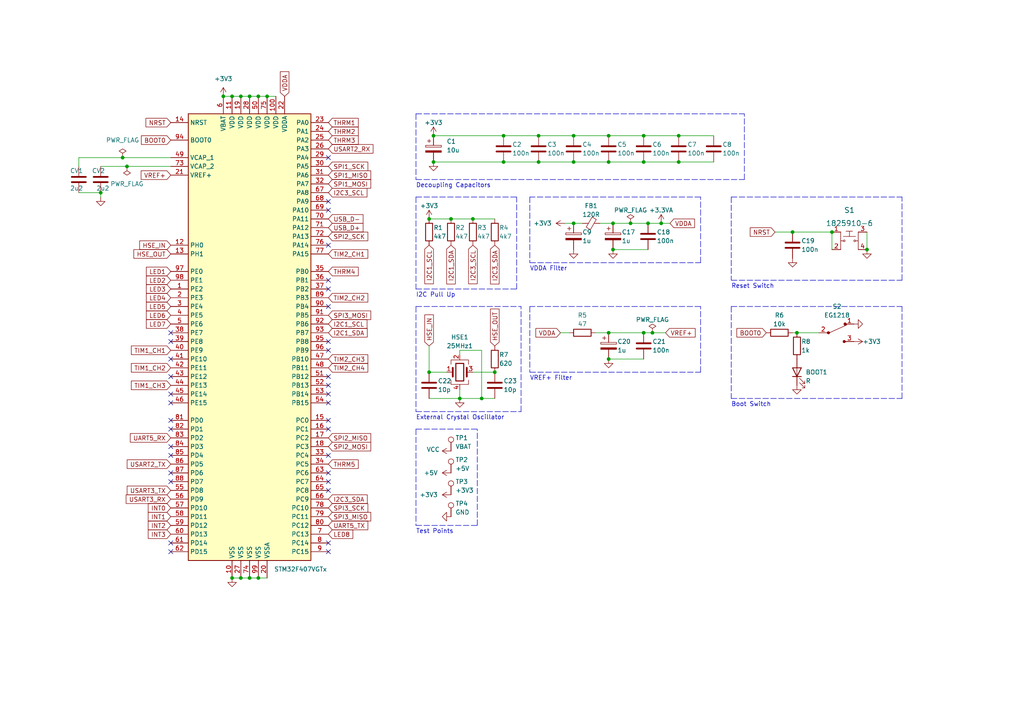
<source format=kicad_sch>
(kicad_sch (version 20211123) (generator eeschema)
  (paper "A4")
  (title_block (title "Fc MCU") (date "2022-10-30") (company "Rochester Institute of Technology"))
  (lib_symbols
    (symbol "Connector:TestPoint" (pin_numbers hide) (pin_names (offset 0.762) hide)
      (property "Reference" "TP" (at 0 6.858 0))
      (property "Value" "TestPoint" (at 0 5.08 0))
      (symbol "TestPoint_0_1"
        (circle (center 0 3.302) (radius 0.762))
      )
      (symbol "TestPoint_1_1"
        (pin passive line (at 0 0 90) (length 2.54) (name "1") (number "1"))
      )
    )
    (symbol "Device:C" (pin_numbers hide) (pin_names (offset 0.254))
      (property "Reference" "C" (at 0.635 2.54 0))
      (property "Value" "C" (at 0.635 -2.54 0))
      (symbol "C_0_1"
        (polyline (pts (xy -2.032 -0.762) (xy 2.032 -0.762)) (stroke (width 0.508)))
        (polyline (pts (xy -2.032 0.762) (xy 2.032 0.762)) (stroke (width 0.508)))
      )
      (symbol "C_1_1"
        (pin passive line (at 0 3.81 270) (length 2.794) (name "~") (number "1"))
        (pin passive line (at 0 -3.81 90) (length 2.794) (name "~") (number "2"))
      )
    )
    (symbol "Device:C_Polarized" (pin_numbers hide) (pin_names (offset 0.254))
      (property "Reference" "C" (at 0.635 2.54 0))
      (property "Value" "C_Polarized" (at 0.635 -2.54 0))
      (symbol "C_Polarized_0_1"
        (rectangle (start -2.286 0.508) (end 2.286 1.016))
        (polyline (pts (xy -1.778 2.286) (xy -0.762 2.286)))
        (polyline (pts (xy -1.27 2.794) (xy -1.27 1.778)))
        (rectangle (start 2.286 -0.508) (end -2.286 -1.016) (fill (type outline)))
      )
      (symbol "C_Polarized_1_1"
        (pin passive line (at 0 3.81 270) (length 2.794) (name "~") (number "1"))
        (pin passive line (at 0 -3.81 90) (length 2.794) (name "~") (number "2"))
      )
    )
    (symbol "Device:Crystal_GND24" (pin_names (offset 1.016) hide)
      (property "Reference" "Y" (at 3.175 5.08 0))
      (property "Value" "Crystal_GND24" (at 3.175 3.175 0))
      (symbol "Crystal_GND24_0_1"
        (rectangle (start -1.143 2.54) (end 1.143 -2.54) (stroke (width 0.3048)))
        (polyline (pts (xy -2.54 0) (xy -2.032 0)))
        (polyline (pts (xy -2.032 -1.27) (xy -2.032 1.27)) (stroke (width 0.508)))
        (polyline (pts (xy 0 -3.81) (xy 0 -3.556)))
        (polyline (pts (xy 0 3.556) (xy 0 3.81)))
        (polyline (pts (xy 2.032 -1.27) (xy 2.032 1.27)) (stroke (width 0.508)))
        (polyline (pts (xy 2.032 0) (xy 2.54 0)))
        (polyline (pts (xy -2.54 -2.286) (xy -2.54 -3.556) (xy 2.54 -3.556) (xy 2.54 -2.286)))
        (polyline (pts (xy -2.54 2.286) (xy -2.54 3.556) (xy 2.54 3.556) (xy 2.54 2.286)))
      )
      (symbol "Crystal_GND24_1_1"
        (pin passive line (at -3.81 0 0) (length 1.27) (name "1") (number "1"))
        (pin passive line (at 0 5.08 270) (length 1.27) (name "2") (number "2"))
        (pin passive line (at 3.81 0 180) (length 1.27) (name "3") (number "3"))
        (pin passive line (at 0 -5.08 90) (length 1.27) (name "4") (number "4"))
      )
    )
    (symbol "Device:FerriteBead_Small" (pin_numbers hide) (pin_names (offset 0))
      (property "Reference" "FB" (at 1.905 1.27 0))
      (property "Value" "FerriteBead_Small" (at 1.905 -1.27 0))
      (symbol "FerriteBead_Small_0_1"
        (polyline (pts (xy 0 -1.27) (xy 0 -0.7874)))
        (polyline (pts (xy 0 0.889) (xy 0 1.2954)))
        (polyline (pts (xy -1.8288 0.2794) (xy -1.1176 1.4986) (xy 1.8288 -0.2032) (xy 1.1176 -1.4224) (xy -1.8288 0.2794)))
      )
      (symbol "FerriteBead_Small_1_1"
        (pin passive line (at 0 2.54 270) (length 1.27) (name "~") (number "1"))
        (pin passive line (at 0 -2.54 90) (length 1.27) (name "~") (number "2"))
      )
    )
    (symbol "Device:LED" (pin_numbers hide) (pin_names (offset 1.016) hide)
      (property "Reference" "D" (at 0 2.54 0))
      (property "Value" "LED" (at 0 -2.54 0))
      (symbol "LED_0_1"
        (polyline (pts (xy -1.27 -1.27) (xy -1.27 1.27)) (stroke (width 0.254)))
        (polyline (pts (xy -1.27 0) (xy 1.27 0)))
        (polyline (pts (xy 1.27 -1.27) (xy 1.27 1.27) (xy -1.27 0) (xy 1.27 -1.27)) (stroke (width 0.254)))
        (polyline (pts (xy -3.048 -0.762) (xy -4.572 -2.286) (xy -3.81 -2.286) (xy -4.572 -2.286) (xy -4.572 -1.524)))
        (polyline (pts (xy -1.778 -0.762) (xy -3.302 -2.286) (xy -2.54 -2.286) (xy -3.302 -2.286) (xy -3.302 -1.524)))
      )
      (symbol "LED_1_1"
        (pin passive line (at -3.81 0 0) (length 2.54) (name "K") (number "1"))
        (pin passive line (at 3.81 0 180) (length 2.54) (name "A") (number "2"))
      )
    )
    (symbol "Device:R" (pin_numbers hide) (pin_names (offset 0))
      (property "Reference" "R" (at 2.032 0 90))
      (property "Value" "R" (at 0 0 90))
      (symbol "R_0_1"
        (rectangle (start -1.016 -2.54) (end 1.016 2.54) (stroke (width 0.254)))
      )
      (symbol "R_1_1"
        (pin passive line (at 0 3.81 270) (length 1.27) (name "~") (number "1"))
        (pin passive line (at 0 -3.81 90) (length 1.27) (name "~") (number "2"))
      )
    )
    (symbol "MCU_ST_STM32F4:STM32F407VGTx"
      (property "Reference" "U" (at -17.78 64.77 0))
      (property "Value" "STM32F407VGTx" (at 12.7 64.77 0))
      (symbol "STM32F407VGTx_0_1"
        (rectangle (start -17.78 -66.04) (end 17.78 63.5) (stroke (width 0.254)) (fill (type background)))
      )
      (symbol "STM32F407VGTx_1_1"
        (pin bidirectional line (at -22.86 12.7 0) (length 5.08) (name "PE2") (number "1"))
        (pin power_in line (at -5.08 -71.12 90) (length 5.08) (name "VSS") (number "10"))
        (pin power_in line (at 7.62 68.58 270) (length 5.08) (name "VDD") (number "100"))
        (pin power_in line (at -5.08 68.58 270) (length 5.08) (name "VDD") (number "11"))
        (pin input line (at -22.86 25.4 0) (length 5.08) (name "PH0") (number "12"))
        (pin input line (at -22.86 22.86 0) (length 5.08) (name "PH1") (number "13"))
        (pin input line (at -22.86 60.96 0) (length 5.08) (name "NRST") (number "14"))
        (pin bidirectional line (at 22.86 -25.4 180) (length 5.08) (name "PC0") (number "15"))
        (pin bidirectional line (at 22.86 -27.94 180) (length 5.08) (name "PC1") (number "16"))
        (pin bidirectional line (at 22.86 -30.48 180) (length 5.08) (name "PC2") (number "17"))
        (pin bidirectional line (at 22.86 -33.02 180) (length 5.08) (name "PC3") (number "18"))
        (pin power_in line (at -2.54 68.58 270) (length 5.08) (name "VDD") (number "19"))
        (pin bidirectional line (at -22.86 10.16 0) (length 5.08) (name "PE3") (number "2"))
        (pin power_in line (at 5.08 -71.12 90) (length 5.08) (name "VSSA") (number "20"))
        (pin power_in line (at -22.86 45.72 0) (length 5.08) (name "VREF+") (number "21"))
        (pin power_in line (at 10.16 68.58 270) (length 5.08) (name "VDDA") (number "22"))
        (pin bidirectional line (at 22.86 60.96 180) (length 5.08) (name "PA0") (number "23"))
        (pin bidirectional line (at 22.86 58.42 180) (length 5.08) (name "PA1") (number "24"))
        (pin bidirectional line (at 22.86 55.88 180) (length 5.08) (name "PA2") (number "25"))
        (pin bidirectional line (at 22.86 53.34 180) (length 5.08) (name "PA3") (number "26"))
        (pin power_in line (at -2.54 -71.12 90) (length 5.08) (name "VSS") (number "27"))
        (pin power_in line (at 0 68.58 270) (length 5.08) (name "VDD") (number "28"))
        (pin bidirectional line (at 22.86 50.8 180) (length 5.08) (name "PA4") (number "29"))
        (pin bidirectional line (at -22.86 7.62 0) (length 5.08) (name "PE4") (number "3"))
        (pin bidirectional line (at 22.86 48.26 180) (length 5.08) (name "PA5") (number "30"))
        (pin bidirectional line (at 22.86 45.72 180) (length 5.08) (name "PA6") (number "31"))
        (pin bidirectional line (at 22.86 43.18 180) (length 5.08) (name "PA7") (number "32"))
        (pin bidirectional line (at 22.86 -35.56 180) (length 5.08) (name "PC4") (number "33"))
        (pin bidirectional line (at 22.86 -38.1 180) (length 5.08) (name "PC5") (number "34"))
        (pin bidirectional line (at 22.86 17.78 180) (length 5.08) (name "PB0") (number "35"))
        (pin bidirectional line (at 22.86 15.24 180) (length 5.08) (name "PB1") (number "36"))
        (pin bidirectional line (at 22.86 12.7 180) (length 5.08) (name "PB2") (number "37"))
        (pin bidirectional line (at -22.86 0 0) (length 5.08) (name "PE7") (number "38"))
        (pin bidirectional line (at -22.86 -2.54 0) (length 5.08) (name "PE8") (number "39"))
        (pin bidirectional line (at -22.86 5.08 0) (length 5.08) (name "PE5") (number "4"))
        (pin bidirectional line (at -22.86 -5.08 0) (length 5.08) (name "PE9") (number "40"))
        (pin bidirectional line (at -22.86 -7.62 0) (length 5.08) (name "PE10") (number "41"))
        (pin bidirectional line (at -22.86 -10.16 0) (length 5.08) (name "PE11") (number "42"))
        (pin bidirectional line (at -22.86 -12.7 0) (length 5.08) (name "PE12") (number "43"))
        (pin bidirectional line (at -22.86 -15.24 0) (length 5.08) (name "PE13") (number "44"))
        (pin bidirectional line (at -22.86 -17.78 0) (length 5.08) (name "PE14") (number "45"))
        (pin bidirectional line (at -22.86 -20.32 0) (length 5.08) (name "PE15") (number "46"))
        (pin bidirectional line (at 22.86 -7.62 180) (length 5.08) (name "PB10") (number "47"))
        (pin bidirectional line (at 22.86 -10.16 180) (length 5.08) (name "PB11") (number "48"))
        (pin power_in line (at -22.86 50.8 0) (length 5.08) (name "VCAP_1") (number "49"))
        (pin bidirectional line (at -22.86 2.54 0) (length 5.08) (name "PE6") (number "5"))
        (pin power_in line (at 2.54 68.58 270) (length 5.08) (name "VDD") (number "50"))
        (pin bidirectional line (at 22.86 -12.7 180) (length 5.08) (name "PB12") (number "51"))
        (pin bidirectional line (at 22.86 -15.24 180) (length 5.08) (name "PB13") (number "52"))
        (pin bidirectional line (at 22.86 -17.78 180) (length 5.08) (name "PB14") (number "53"))
        (pin bidirectional line (at 22.86 -20.32 180) (length 5.08) (name "PB15") (number "54"))
        (pin bidirectional line (at -22.86 -45.72 0) (length 5.08) (name "PD8") (number "55"))
        (pin bidirectional line (at -22.86 -48.26 0) (length 5.08) (name "PD9") (number "56"))
        (pin bidirectional line (at -22.86 -50.8 0) (length 5.08) (name "PD10") (number "57"))
        (pin bidirectional line (at -22.86 -53.34 0) (length 5.08) (name "PD11") (number "58"))
        (pin bidirectional line (at -22.86 -55.88 0) (length 5.08) (name "PD12") (number "59"))
        (pin power_in line (at -7.62 68.58 270) (length 5.08) (name "VBAT") (number "6"))
        (pin bidirectional line (at -22.86 -58.42 0) (length 5.08) (name "PD13") (number "60"))
        (pin bidirectional line (at -22.86 -60.96 0) (length 5.08) (name "PD14") (number "61"))
        (pin bidirectional line (at -22.86 -63.5 0) (length 5.08) (name "PD15") (number "62"))
        (pin bidirectional line (at 22.86 -40.64 180) (length 5.08) (name "PC6") (number "63"))
        (pin bidirectional line (at 22.86 -43.18 180) (length 5.08) (name "PC7") (number "64"))
        (pin bidirectional line (at 22.86 -45.72 180) (length 5.08) (name "PC8") (number "65"))
        (pin bidirectional line (at 22.86 -48.26 180) (length 5.08) (name "PC9") (number "66"))
        (pin bidirectional line (at 22.86 40.64 180) (length 5.08) (name "PA8") (number "67"))
        (pin bidirectional line (at 22.86 38.1 180) (length 5.08) (name "PA9") (number "68"))
        (pin bidirectional line (at 22.86 35.56 180) (length 5.08) (name "PA10") (number "69"))
        (pin bidirectional line (at 22.86 -58.42 180) (length 5.08) (name "PC13") (number "7"))
        (pin bidirectional line (at 22.86 33.02 180) (length 5.08) (name "PA11") (number "70"))
        (pin bidirectional line (at 22.86 30.48 180) (length 5.08) (name "PA12") (number "71"))
        (pin bidirectional line (at 22.86 27.94 180) (length 5.08) (name "PA13") (number "72"))
        (pin power_in line (at -22.86 48.26 0) (length 5.08) (name "VCAP_2") (number "73"))
        (pin power_in line (at 0 -71.12 90) (length 5.08) (name "VSS") (number "74"))
        (pin power_in line (at 5.08 68.58 270) (length 5.08) (name "VDD") (number "75"))
        (pin bidirectional line (at 22.86 25.4 180) (length 5.08) (name "PA14") (number "76"))
        (pin bidirectional line (at 22.86 22.86 180) (length 5.08) (name "PA15") (number "77"))
        (pin bidirectional line (at 22.86 -50.8 180) (length 5.08) (name "PC10") (number "78"))
        (pin bidirectional line (at 22.86 -53.34 180) (length 5.08) (name "PC11") (number "79"))
        (pin bidirectional line (at 22.86 -60.96 180) (length 5.08) (name "PC14") (number "8"))
        (pin bidirectional line (at 22.86 -55.88 180) (length 5.08) (name "PC12") (number "80"))
        (pin bidirectional line (at -22.86 -25.4 0) (length 5.08) (name "PD0") (number "81"))
        (pin bidirectional line (at -22.86 -27.94 0) (length 5.08) (name "PD1") (number "82"))
        (pin bidirectional line (at -22.86 -30.48 0) (length 5.08) (name "PD2") (number "83"))
        (pin bidirectional line (at -22.86 -33.02 0) (length 5.08) (name "PD3") (number "84"))
        (pin bidirectional line (at -22.86 -35.56 0) (length 5.08) (name "PD4") (number "85"))
        (pin bidirectional line (at -22.86 -38.1 0) (length 5.08) (name "PD5") (number "86"))
        (pin bidirectional line (at -22.86 -40.64 0) (length 5.08) (name "PD6") (number "87"))
        (pin bidirectional line (at -22.86 -43.18 0) (length 5.08) (name "PD7") (number "88"))
        (pin bidirectional line (at 22.86 10.16 180) (length 5.08) (name "PB3") (number "89"))
        (pin bidirectional line (at 22.86 -63.5 180) (length 5.08) (name "PC15") (number "9"))
        (pin bidirectional line (at 22.86 7.62 180) (length 5.08) (name "PB4") (number "90"))
        (pin bidirectional line (at 22.86 5.08 180) (length 5.08) (name "PB5") (number "91"))
        (pin bidirectional line (at 22.86 2.54 180) (length 5.08) (name "PB6") (number "92"))
        (pin bidirectional line (at 22.86 0 180) (length 5.08) (name "PB7") (number "93"))
        (pin input line (at -22.86 55.88 0) (length 5.08) (name "BOOT0") (number "94"))
        (pin bidirectional line (at 22.86 -2.54 180) (length 5.08) (name "PB8") (number "95"))
        (pin bidirectional line (at 22.86 -5.08 180) (length 5.08) (name "PB9") (number "96"))
        (pin bidirectional line (at -22.86 17.78 0) (length 5.08) (name "PE0") (number "97"))
        (pin bidirectional line (at -22.86 15.24 0) (length 5.08) (name "PE1") (number "98"))
        (pin power_in line (at 2.54 -71.12 90) (length 5.08) (name "VSS") (number "99"))
      )
    )
    (symbol "dk_Slide-Switches:EG1218" (pin_names (offset 0))
      (property "Reference" "S" (at -3.81 2.286 0))
      (property "Value" "EG1218" (at 0 -5.334 0))
      (symbol "EG1218_0_1"
        (circle (center -2.286 0) (radius 0.3556) (fill (type outline)))
        (polyline (pts (xy -2.032 0) (xy 3.048 2.286)))
        (circle (center 2.286 -2.54) (radius 0.3556) (fill (type outline)))
        (circle (center 2.54 2.54) (radius 0.3556) (fill (type outline)))
      )
      (symbol "EG1218_1_1"
        (pin passive line (at 5.08 2.54 180) (length 2.54) (name "~") (number "1"))
        (pin passive line (at -5.08 0 0) (length 2.54) (name "~") (number "2"))
        (pin passive line (at 5.08 -2.54 180) (length 2.54) (name "~") (number "3"))
      )
    )
    (symbol "dk_Tactile-Switches:1825910-6" (pin_names (offset 1.016))
      (property "Reference" "S" (at 0 4.572 0))
      (property "Value" "1825910-6" (at 0.127 -5.08 0))
      (symbol "1825910-6_0_1"
        (circle (center -1.524 0) (radius 0.254))
        (polyline (pts (xy -2.54 2.54) (xy -2.54 -2.54)))
        (polyline (pts (xy -1.778 0) (xy -2.54 0)))
        (polyline (pts (xy -1.778 1.27) (xy 1.778 1.27)))
        (polyline (pts (xy 2.54 -2.54) (xy 2.54 2.54)))
        (polyline (pts (xy 2.54 0) (xy 1.778 0)))
        (circle (center 1.524 0) (radius 0.254))
      )
      (symbol "1825910-6_1_1"
        (polyline (pts (xy -1.016 2.794) (xy 0.889 2.794)))
        (polyline (pts (xy 0 2.794) (xy 0 1.27)))
        (pin passive line (at -5.08 2.54 0) (length 2.54) (name "~") (number "1"))
        (pin passive line (at -5.08 -2.54 0) (length 2.54) (name "~") (number "2"))
        (pin passive line (at 5.08 2.54 180) (length 2.54) (name "~") (number "3"))
        (pin passive line (at 5.08 -2.54 180) (length 2.54) (name "~") (number "4"))
      )
    )
    (symbol "power:+3.3VA" (power) (pin_names (offset 0))
      (property "Value" "+3.3VA" (at 0 3.556 0))
      (symbol "+3.3VA_0_1"
        (polyline (pts (xy -0.762 1.27) (xy 0 2.54)))
        (polyline (pts (xy 0 0) (xy 0 2.54)))
        (polyline (pts (xy 0 2.54) (xy 0.762 1.27)))
      )
      (symbol "+3.3VA_1_1"
        (pin power_in line (at 0 0 90) (length 0) hide (name "+3.3VA") (number "1"))
      )
    )
    (symbol "power:+3V3" (power) (pin_names (offset 0))
      (property "Value" "+3V3" (at 0 3.556 0))
      (symbol "+3V3_0_1"
        (polyline (pts (xy -0.762 1.27) (xy 0 2.54)))
        (polyline (pts (xy 0 0) (xy 0 2.54)))
        (polyline (pts (xy 0 2.54) (xy 0.762 1.27)))
      )
      (symbol "+3V3_1_1"
        (pin power_in line (at 0 0 90) (length 0) hide (name "+3V3") (number "1"))
      )
    )
    (symbol "power:+5V" (power) (pin_names (offset 0))
      (property "Value" "+5V" (at 0 3.556 0))
      (symbol "+5V_0_1"
        (polyline (pts (xy -0.762 1.27) (xy 0 2.54)))
        (polyline (pts (xy 0 0) (xy 0 2.54)))
        (polyline (pts (xy 0 2.54) (xy 0.762 1.27)))
      )
      (symbol "+5V_1_1"
        (pin power_in line (at 0 0 90) (length 0) hide (name "+5V") (number "1"))
      )
    )
    (symbol "power:GND" (power) (pin_names (offset 0))
      (property "Value" "GND" (at 0 -3.81 0))
      (symbol "GND_0_1"
        (polyline (pts (xy 0 0) (xy 0 -1.27) (xy 1.27 -1.27) (xy 0 -2.54) (xy -1.27 -1.27) (xy 0 -1.27)))
      )
      (symbol "GND_1_1"
        (pin power_in line (at 0 0 270) (length 0) hide (name "GND") (number "1"))
      )
    )
    (symbol "power:PWR_FLAG" (power) (pin_numbers hide) (pin_names (offset 0) hide)
      (property "Value" "PWR_FLAG" (at 0 3.81 0))
      (symbol "PWR_FLAG_0_0"
        (pin power_out line (at 0 0 90) (length 0) (name "pwr") (number "1"))
      )
      (symbol "PWR_FLAG_0_1"
        (polyline (pts (xy 0 0) (xy 0 1.27) (xy -1.016 1.905) (xy 0 2.54) (xy 1.016 1.905) (xy 0 1.27)))
      )
    )
    (symbol "power:VCC" (power) (pin_names (offset 0))
      (property "Value" "VCC" (at 0 3.81 0))
      (symbol "VCC_0_1"
        (polyline (pts (xy -0.762 1.27) (xy 0 2.54)))
        (polyline (pts (xy 0 0) (xy 0 2.54)))
        (polyline (pts (xy 0 2.54) (xy 0.762 1.27)))
      )
      (symbol "VCC_1_1"
        (pin power_in line (at 0 0 90) (length 0) hide (name "VCC") (number "1"))
      )
    )
  )
  (junction (at 69.85 167.64))
  (junction (at 156.21 46.99))
  (junction (at 146.05 46.99))
  (junction (at 177.8 72.39))
  (junction (at 125.73 46.99))
  (junction (at 166.37 39.37))
  (junction (at 196.85 46.99))
  (junction (at 137.16 63.5))
  (junction (at 124.46 107.95))
  (junction (at 139.7 115.57))
  (junction (at 72.39 27.94))
  (junction (at 36.83 48.26))
  (junction (at 182.88 64.77))
  (junction (at 231.14 96.52))
  (junction (at 187.96 64.77))
  (junction (at 229.87 67.31))
  (junction (at 69.85 27.94))
  (junction (at 130.81 63.5))
  (junction (at 189.23 96.52))
  (junction (at 67.31 167.64))
  (junction (at 196.85 39.37))
  (junction (at 72.39 167.64))
  (junction (at 166.37 64.77))
  (junction (at 35.56 45.72))
  (junction (at 74.93 27.94))
  (junction (at 186.69 46.99))
  (junction (at 74.93 167.64))
  (junction (at 64.77 27.94))
  (junction (at 146.05 39.37))
  (junction (at 29.21 55.88))
  (junction (at 143.51 107.95))
  (junction (at 124.46 63.5))
  (junction (at 166.37 46.99))
  (junction (at 156.21 39.37))
  (junction (at 191.77 64.77))
  (junction (at 133.35 115.57))
  (junction (at 177.8 64.77))
  (junction (at 186.69 96.52))
  (junction (at 251.46 72.39))
  (junction (at 176.53 96.52))
  (junction (at 186.69 39.37))
  (junction (at 77.47 27.94))
  (junction (at 176.53 104.14))
  (junction (at 176.53 46.99))
  (junction (at 67.31 27.94))
  (junction (at 176.53 39.37))
  (junction (at 241.3 67.31))
  (junction (at 125.73 39.37))
  (no_connect (at 95.25 109.22))
  (no_connect (at 95.25 137.16))
  (no_connect (at 49.53 114.3))
  (no_connect (at 95.25 157.48))
  (no_connect (at 95.25 124.46))
  (no_connect (at 95.25 132.08))
  (no_connect (at 95.25 58.42))
  (no_connect (at 95.25 81.28))
  (no_connect (at 95.25 142.24))
  (no_connect (at 95.25 71.12))
  (no_connect (at 49.53 104.14))
  (no_connect (at 49.53 99.06))
  (no_connect (at 49.53 109.22))
  (no_connect (at 49.53 121.92))
  (no_connect (at 49.53 124.46))
  (no_connect (at 49.53 129.54))
  (no_connect (at 49.53 116.84))
  (no_connect (at 49.53 132.08))
  (no_connect (at 49.53 137.16))
  (no_connect (at 49.53 139.7))
  (no_connect (at 49.53 157.48))
  (no_connect (at 49.53 160.02))
  (no_connect (at 95.25 45.72))
  (no_connect (at 95.25 121.92))
  (no_connect (at 95.25 111.76))
  (no_connect (at 95.25 114.3))
  (no_connect (at 95.25 160.02))
  (no_connect (at 95.25 116.84))
  (no_connect (at 95.25 88.9))
  (no_connect (at 95.25 99.06))
  (no_connect (at 95.25 101.6))
  (no_connect (at 95.25 83.82))
  (no_connect (at 49.53 96.52))
  (no_connect (at 95.25 60.96))
  (no_connect (at 95.25 139.7))
  (polyline (pts (xy 120.65 119.38) (xy 151.13 119.38)))
  (polyline (pts (xy 120.65 124.46) (xy 138.43 124.46)))
  (wire (pts (xy 176.53 96.52) (xy 186.69 96.52)))
  (wire (pts (xy 191.77 64.77) (xy 194.31 64.77)))
  (wire (pts (xy 36.83 48.26) (xy 49.53 48.26)))
  (polyline (pts (xy 261.62 81.28) (xy 261.62 57.15)))
  (wire (pts (xy 229.87 96.52) (xy 231.14 96.52)))
  (wire (pts (xy 146.05 39.37) (xy 156.21 39.37)))
  (wire (pts (xy 163.83 64.77) (xy 166.37 64.77)))
  (polyline (pts (xy 153.67 76.2) (xy 203.2 76.2)))
  (wire (pts (xy 133.35 115.57) (xy 133.35 113.03)))
  (wire (pts (xy 139.7 115.57) (xy 143.51 115.57)))
  (wire (pts (xy 130.81 63.5) (xy 137.16 63.5)))
  (wire (pts (xy 241.3 67.31) (xy 241.3 72.39)))
  (wire (pts (xy 166.37 46.99) (xy 176.53 46.99)))
  (polyline (pts (xy 212.09 81.28) (xy 261.62 81.28)))
  (polyline (pts (xy 138.43 152.4) (xy 138.43 124.46)))
  (wire (pts (xy 29.21 48.26) (xy 36.83 48.26)))
  (wire (pts (xy 156.21 39.37) (xy 166.37 39.37)))
  (wire (pts (xy 72.39 27.94) (xy 74.93 27.94)))
  (wire (pts (xy 124.46 107.95) (xy 129.54 107.95)))
  (polyline (pts (xy 212.09 88.9) (xy 261.62 88.9)))
  (polyline (pts (xy 203.2 57.15) (xy 153.67 57.15)))
  (wire (pts (xy 74.93 167.64) (xy 77.47 167.64)))
  (wire (pts (xy 187.96 64.77) (xy 191.77 64.77)))
  (polyline (pts (xy 153.67 88.9) (xy 153.67 107.95)))
  (polyline (pts (xy 149.86 83.82) (xy 149.86 57.15)))
  (wire (pts (xy 124.46 100.33) (xy 124.46 107.95)))
  (wire (pts (xy 67.31 167.64) (xy 69.85 167.64)))
  (wire (pts (xy 137.16 107.95) (xy 143.51 107.95)))
  (wire (pts (xy 72.39 167.64) (xy 74.93 167.64)))
  (wire (pts (xy 64.77 27.94) (xy 67.31 27.94)))
  (polyline (pts (xy 203.2 107.95) (xy 203.2 88.9)))
  (polyline (pts (xy 153.67 57.15) (xy 153.67 76.2)))
  (polyline (pts (xy 120.65 52.07) (xy 215.9 52.07)))
  (wire (pts (xy 177.8 72.39) (xy 187.96 72.39)))
  (wire (pts (xy 124.46 63.5) (xy 130.81 63.5)))
  (polyline (pts (xy 261.62 115.57) (xy 261.62 88.9)))
  (polyline (pts (xy 120.65 33.02) (xy 120.65 52.07)))
  (polyline (pts (xy 212.09 88.9) (xy 212.09 115.57)))
  (wire (pts (xy 156.21 46.99) (xy 166.37 46.99)))
  (polyline (pts (xy 203.2 88.9) (xy 153.67 88.9)))
  (wire (pts (xy 229.87 67.31) (xy 241.3 67.31)))
  (wire (pts (xy 176.53 104.14) (xy 186.69 104.14)))
  (wire (pts (xy 69.85 167.64) (xy 72.39 167.64)))
  (wire (pts (xy 133.35 102.87) (xy 133.35 101.6)))
  (wire (pts (xy 137.16 63.5) (xy 143.51 63.5)))
  (wire (pts (xy 177.8 64.77) (xy 182.88 64.77)))
  (wire (pts (xy 139.7 115.57) (xy 133.35 115.57)))
  (polyline (pts (xy 120.65 57.15) (xy 149.86 57.15)))
  (polyline (pts (xy 203.2 76.2) (xy 203.2 57.15)))
  (wire (pts (xy 186.69 39.37) (xy 196.85 39.37)))
  (wire (pts (xy 146.05 46.99) (xy 156.21 46.99)))
  (polyline (pts (xy 151.13 119.38) (xy 151.13 88.9)))
  (polyline (pts (xy 120.65 57.15) (xy 120.65 83.82)))
  (wire (pts (xy 186.69 46.99) (xy 196.85 46.99)))
  (polyline (pts (xy 153.67 107.95) (xy 203.2 107.95)))
  (polyline (pts (xy 120.65 152.4) (xy 138.43 152.4)))
  (wire (pts (xy 166.37 64.77) (xy 168.91 64.77)))
  (polyline (pts (xy 212.09 115.57) (xy 261.62 115.57)))
  (wire (pts (xy 139.7 101.6) (xy 139.7 115.57)))
  (wire (pts (xy 125.73 46.99) (xy 146.05 46.99)))
  (wire (pts (xy 176.53 39.37) (xy 186.69 39.37)))
  (polyline (pts (xy 120.65 83.82) (xy 149.86 83.82)))
  (wire (pts (xy 74.93 27.94) (xy 77.47 27.94)))
  (polyline (pts (xy 120.65 33.02) (xy 215.9 33.02)))
  (wire (pts (xy 173.99 64.77) (xy 177.8 64.77)))
  (wire (pts (xy 172.72 96.52) (xy 176.53 96.52)))
  (wire (pts (xy 176.53 46.99) (xy 186.69 46.99)))
  (wire (pts (xy 189.23 96.52) (xy 193.04 96.52)))
  (wire (pts (xy 77.47 27.94) (xy 80.01 27.94)))
  (wire (pts (xy 186.69 96.52) (xy 189.23 96.52)))
  (wire (pts (xy 196.85 39.37) (xy 207.01 39.37)))
  (wire (pts (xy 182.88 64.77) (xy 187.96 64.77)))
  (polyline (pts (xy 212.09 57.15) (xy 212.09 81.28)))
  (wire (pts (xy 35.56 45.72) (xy 49.53 45.72)))
  (polyline (pts (xy 120.65 124.46) (xy 120.65 152.4)))
  (wire (pts (xy 22.86 45.72) (xy 22.86 48.26)))
  (wire (pts (xy 162.56 96.52) (xy 165.1 96.52)))
  (wire (pts (xy 124.46 115.57) (xy 133.35 115.57)))
  (wire (pts (xy 231.14 96.52) (xy 237.49 96.52)))
  (wire (pts (xy 29.21 55.88) (xy 29.21 57.15)))
  (polyline (pts (xy 212.09 57.15) (xy 261.62 57.15)))
  (wire (pts (xy 22.86 45.72) (xy 35.56 45.72)))
  (wire (pts (xy 196.85 46.99) (xy 207.01 46.99)))
  (wire (pts (xy 67.31 27.94) (xy 69.85 27.94)))
  (polyline (pts (xy 120.65 88.9) (xy 120.65 119.38)))
  (polyline (pts (xy 120.65 88.9) (xy 151.13 88.9)))
  (wire (pts (xy 251.46 67.31) (xy 251.46 72.39)))
  (wire (pts (xy 69.85 27.94) (xy 72.39 27.94)))
  (wire (pts (xy 22.86 55.88) (xy 29.21 55.88)))
  (wire (pts (xy 224.79 67.31) (xy 229.87 67.31)))
  (wire (pts (xy 125.73 39.37) (xy 146.05 39.37)))
  (polyline (pts (xy 215.9 52.07) (xy 215.9 33.02)))
  (wire (pts (xy 133.35 101.6) (xy 139.7 101.6)))
  (wire (pts (xy 166.37 39.37) (xy 176.53 39.37)))
  (text "VDDA Filter" (at 153.67 78.74 0) (effects (font (size 1.27 1.27)) (justify left bottom)))
  (text "External Crystal Oscillator" (at 120.65 121.92 0) (effects (font (size 1.27 1.27)) (justify left bottom)))
  (text "VREF+ Filter" (at 153.67 110.49 0) (effects (font (size 1.27 1.27)) (justify left bottom)))
  (text "Reset Switch" (at 212.09 83.82 0) (effects (font (size 1.27 1.27)) (justify left bottom)))
  (text "I2C Pull Up" (at 120.65 86.36 0) (effects (font (size 1.27 1.27)) (justify left bottom)))
  (text "Decoupling Capacitors" (at 120.65 54.61 0) (effects (font (size 1.27 1.27)) (justify left bottom)))
  (text "Boot Switch" (at 212.09 118.11 0) (effects (font (size 1.27 1.27)) (justify left bottom)))
  (text "Test Points" (at 120.65 154.94 0) (effects (font (size 1.27 1.27)) (justify left bottom)))
  (global_label "I2C1_SCL" (shape input) (at 95.25 93.98 0) (property "Intersheet References" "${INTERSHEET_REFS}" (effects hide)))
  (global_label "USB_D-" (shape input) (at 95.25 63.5 0) (property "Intersheet References" "${INTERSHEET_REFS}" (effects hide)))
  (global_label "SPI2_MOSI" (shape input) (at 95.25 129.54 0) (property "Intersheet References" "${INTERSHEET_REFS}" (effects hide)))
  (global_label "SPI1_SCK" (shape input) (at 95.25 48.26 0) (property "Intersheet References" "${INTERSHEET_REFS}" (effects hide)))
  (global_label "USB_D+" (shape input) (at 95.25 66.04 0) (property "Intersheet References" "${INTERSHEET_REFS}" (effects hide)))
  (global_label "INT1" (shape input) (at 49.53 149.86 180) (property "Intersheet References" "${INTERSHEET_REFS}" (effects hide)))
  (global_label "HSE_IN" (shape input) (at 49.53 71.12 180) (property "Intersheet References" "${INTERSHEET_REFS}" (effects hide)))
  (global_label "BOOT0" (shape input) (at 49.53 40.64 180) (property "Intersheet References" "${INTERSHEET_REFS}" (effects hide)))
  (global_label "SPI1_MISO" (shape input) (at 95.25 50.8 0) (property "Intersheet References" "${INTERSHEET_REFS}" (effects hide)))
  (global_label "I2C3_SCL" (shape input) (at 137.16 71.12 270) (property "Intersheet References" "${INTERSHEET_REFS}" (effects hide)))
  (global_label "THRM4" (shape input) (at 95.25 78.74 0) (property "Intersheet References" "${INTERSHEET_REFS}" (effects hide)))
  (global_label "I2C3_SDA" (shape input) (at 143.51 71.12 270) (property "Intersheet References" "${INTERSHEET_REFS}" (effects hide)))
  (global_label "UART5_TX" (shape input) (at 95.25 152.4 0) (property "Intersheet References" "${INTERSHEET_REFS}" (effects hide)))
  (global_label "I2C3_SDA" (shape input) (at 95.25 144.78 0) (property "Intersheet References" "${INTERSHEET_REFS}" (effects hide)))
  (global_label "INT3" (shape input) (at 49.53 154.94 180) (property "Intersheet References" "${INTERSHEET_REFS}" (effects hide)))
  (global_label "LED6" (shape input) (at 49.53 91.44 180) (property "Intersheet References" "${INTERSHEET_REFS}" (effects hide)))
  (global_label "LED1" (shape input) (at 49.53 78.74 180) (property "Intersheet References" "${INTERSHEET_REFS}" (effects hide)))
  (global_label "TIM1_CH3" (shape input) (at 49.53 111.76 180) (property "Intersheet References" "${INTERSHEET_REFS}" (effects hide)))
  (global_label "LED5" (shape input) (at 49.53 88.9 180) (property "Intersheet References" "${INTERSHEET_REFS}" (effects hide)))
  (global_label "VREF+" (shape input) (at 193.04 96.52 0) (property "Intersheet References" "${INTERSHEET_REFS}" (effects hide)))
  (global_label "INT2" (shape input) (at 49.53 152.4 180) (property "Intersheet References" "${INTERSHEET_REFS}" (effects hide)))
  (global_label "NRST" (shape input) (at 49.53 35.56 180) (property "Intersheet References" "${INTERSHEET_REFS}" (effects hide)))
  (global_label "THRM1" (shape input) (at 95.25 35.56 0) (property "Intersheet References" "${INTERSHEET_REFS}" (effects hide)))
  (global_label "TIM2_CH3" (shape input) (at 95.25 104.14 0) (property "Intersheet References" "${INTERSHEET_REFS}" (effects hide)))
  (global_label "NRST" (shape input) (at 224.79 67.31 180) (property "Intersheet References" "${INTERSHEET_REFS}" (effects hide)))
  (global_label "SPI2_SCK" (shape input) (at 95.25 68.58 0) (property "Intersheet References" "${INTERSHEET_REFS}" (effects hide)))
  (global_label "SPI3_MISO" (shape input) (at 95.25 149.86 0) (property "Intersheet References" "${INTERSHEET_REFS}" (effects hide)))
  (global_label "LED8" (shape input) (at 95.25 154.94 0) (property "Intersheet References" "${INTERSHEET_REFS}" (effects hide)))
  (global_label "TIM2_CH2" (shape input) (at 95.25 86.36 0) (property "Intersheet References" "${INTERSHEET_REFS}" (effects hide)))
  (global_label "I2C1_SDA" (shape input) (at 95.25 96.52 0) (property "Intersheet References" "${INTERSHEET_REFS}" (effects hide)))
  (global_label "THRM5" (shape input) (at 95.25 134.62 0) (property "Intersheet References" "${INTERSHEET_REFS}" (effects hide)))
  (global_label "LED3" (shape input) (at 49.53 83.82 180) (property "Intersheet References" "${INTERSHEET_REFS}" (effects hide)))
  (global_label "UART5_RX" (shape input) (at 49.53 127 180) (property "Intersheet References" "${INTERSHEET_REFS}" (effects hide)))
  (global_label "HSE_IN" (shape input) (at 124.46 100.33 90) (property "Intersheet References" "${INTERSHEET_REFS}" (effects hide)))
  (global_label "VREF+" (shape input) (at 49.53 50.8 180) (property "Intersheet References" "${INTERSHEET_REFS}" (effects hide)))
  (global_label "I2C1_SCL" (shape input) (at 124.46 71.12 270) (property "Intersheet References" "${INTERSHEET_REFS}" (effects hide)))
  (global_label "VDDA" (shape input) (at 194.31 64.77 0) (property "Intersheet References" "${INTERSHEET_REFS}" (effects hide)))
  (global_label "LED4" (shape input) (at 49.53 86.36 180) (property "Intersheet References" "${INTERSHEET_REFS}" (effects hide)))
  (global_label "TIM2_CH1" (shape input) (at 95.25 73.66 0) (property "Intersheet References" "${INTERSHEET_REFS}" (effects hide)))
  (global_label "USART3_TX" (shape input) (at 49.53 142.24 180) (property "Intersheet References" "${INTERSHEET_REFS}" (effects hide)))
  (global_label "THRM3" (shape input) (at 95.25 40.64 0) (property "Intersheet References" "${INTERSHEET_REFS}" (effects hide)))
  (global_label "SPI3_SCK" (shape input) (at 95.25 147.32 0) (property "Intersheet References" "${INTERSHEET_REFS}" (effects hide)))
  (global_label "VDDA" (shape input) (at 82.55 27.94 90) (property "Intersheet References" "${INTERSHEET_REFS}" (effects hide)))
  (global_label "LED7" (shape input) (at 49.53 93.98 180) (property "Intersheet References" "${INTERSHEET_REFS}" (effects hide)))
  (global_label "USART3_RX" (shape input) (at 49.53 144.78 180) (property "Intersheet References" "${INTERSHEET_REFS}" (effects hide)))
  (global_label "TIM1_CH1" (shape input) (at 49.53 101.6 180) (property "Intersheet References" "${INTERSHEET_REFS}" (effects hide)))
  (global_label "VDDA" (shape input) (at 162.56 96.52 180) (property "Intersheet References" "${INTERSHEET_REFS}" (effects hide)))
  (global_label "I2C3_SCL" (shape input) (at 95.25 55.88 0) (property "Intersheet References" "${INTERSHEET_REFS}" (effects hide)))
  (global_label "USART2_TX" (shape input) (at 49.53 134.62 180) (property "Intersheet References" "${INTERSHEET_REFS}" (effects hide)))
  (global_label "SPI3_MOSI" (shape input) (at 95.25 91.44 0) (property "Intersheet References" "${INTERSHEET_REFS}" (effects hide)))
  (global_label "HSE_OUT" (shape input) (at 49.53 73.66 180) (property "Intersheet References" "${INTERSHEET_REFS}" (effects hide)))
  (global_label "USART2_RX" (shape input) (at 95.25 43.18 0) (property "Intersheet References" "${INTERSHEET_REFS}" (effects hide)))
  (global_label "I2C1_SDA" (shape input) (at 130.81 71.12 270) (property "Intersheet References" "${INTERSHEET_REFS}" (effects hide)))
  (global_label "HSE_OUT" (shape input) (at 143.51 100.33 90) (property "Intersheet References" "${INTERSHEET_REFS}" (effects hide)))
  (global_label "SPI1_MOSI" (shape input) (at 95.25 53.34 0) (property "Intersheet References" "${INTERSHEET_REFS}" (effects hide)))
  (global_label "THRM2" (shape input) (at 95.25 38.1 0) (property "Intersheet References" "${INTERSHEET_REFS}" (effects hide)))
  (global_label "SPI2_MISO" (shape input) (at 95.25 127 0) (property "Intersheet References" "${INTERSHEET_REFS}" (effects hide)))
  (global_label "LED2" (shape input) (at 49.53 81.28 180) (property "Intersheet References" "${INTERSHEET_REFS}" (effects hide)))
  (global_label "TIM2_CH4" (shape input) (at 95.25 106.68 0) (property "Intersheet References" "${INTERSHEET_REFS}" (effects hide)))
  (global_label "BOOT0" (shape input) (at 222.25 96.52 180) (property "Intersheet References" "${INTERSHEET_REFS}" (effects hide)))
  (global_label "TIM1_CH2" (shape input) (at 49.53 106.68 180) (property "Intersheet References" "${INTERSHEET_REFS}" (effects hide)))
  (global_label "INT0" (shape input) (at 49.53 147.32 180) (property "Intersheet References" "${INTERSHEET_REFS}" (effects hide)))
  (symbol (lib_id "power:PWR_FLAG") (at 189.23 96.52 0) (unit 1)
    (property "Reference" "#FLG0107" (effects hide))
    (property "Value" "PWR_FLAG" (at 189.23 92.71 0))
  )
  (symbol (lib_id "Connector:TestPoint") (at 130.81 149.86 0) (unit 1)
    (property "Reference" "TP4" (at 132.08 146.05 0) (effects (justify left)))
    (property "Value" "GND" (at 132.08 148.59 0) (effects (justify left)))
  )
  (symbol (lib_id "power:GND") (at 247.65 93.98 90) (unit 1)
    (property "Reference" "#PWR04" (effects hide))
    (property "Value" "GND" (effects hide))
  )
  (symbol (lib_id "Device:C_Polarized") (at 176.53 100.33 0) (unit 1)
    (property "Reference" "C20" (at 179.07 99.06 0) (effects (justify left)))
    (property "Value" "1u" (at 179.07 101.6 0) (effects (justify left)))
    (property "Footprint" "Capacitor_SMD:C_0402_1005Metric" (effects hide))
  )
  (symbol (lib_id "Device:C") (at 22.86 52.07 0) (unit 1)
    (property "Reference" "CV1" (at 20.32 49.53 0) (effects (justify left)))
    (property "Value" "2u2" (at 20.32 54.61 0) (effects (justify left)))
    (property "Footprint" "Capacitor_SMD:C_0402_1005Metric" (effects hide))
  )
  (symbol (lib_id "power:GND") (at 67.31 167.64 0) (unit 1)
    (property "Reference" "#PWR0107" (effects hide))
    (property "Value" "GND" (effects hide))
  )
  (symbol (lib_id "Connector:TestPoint") (at 130.81 137.16 0) (unit 1)
    (property "Reference" "TP2" (at 132.08 133.35 0) (effects (justify left)))
    (property "Value" "+5V" (at 132.08 135.89 0) (effects (justify left)))
  )
  (symbol (lib_id "Device:C") (at 146.05 43.18 0) (unit 1)
    (property "Reference" "C2" (at 148.59 41.91 0) (effects (justify left)))
    (property "Value" "100n" (at 148.59 44.45 0) (effects (justify left)))
    (property "Footprint" "Capacitor_SMD:C_0402_1005Metric" (effects hide))
  )
  (symbol (lib_id "power:+3V3") (at 163.83 64.77 90) (unit 1)
    (property "Reference" "#PWR0108" (effects hide))
    (property "Value" "+3V3" (at 160.02 64.7699 90) (effects (justify left)))
  )
  (symbol (lib_id "power:GND") (at 133.35 115.57 0) (unit 1)
    (property "Reference" "#PWR0101" (effects hide))
    (property "Value" "GND" (effects hide))
  )
  (symbol (lib_id "power:+3V3") (at 64.77 27.94 0) (unit 1)
    (property "Reference" "#PWR0102" (effects hide))
    (property "Value" "+3V3" (at 64.77 22.86 0))
  )
  (symbol (lib_id "Device:R") (at 130.81 67.31 0) (unit 1)
    (property "Reference" "R2" (at 132.08 66.04 0) (effects (justify left)))
    (property "Value" "4k7" (at 132.08 68.58 0) (effects (justify left)))
    (property "Footprint" "Resistor_SMD:R_0402_1005Metric" (effects hide))
  )
  (symbol (lib_id "power:+3.3VA") (at 191.77 64.77 0) (unit 1)
    (property "Reference" "#PWR0116" (effects hide))
    (property "Value" "+3.3VA" (at 191.77 60.96 0))
  )
  (symbol (lib_id "power:GND") (at 251.46 72.39 0) (unit 1)
    (property "Reference" "#PWR02" (effects hide))
    (property "Value" "GND" (effects hide))
  )
  (symbol (lib_id "power:GND") (at 125.73 46.99 0) (unit 1)
    (property "Reference" "#PWR0104" (effects hide))
    (property "Value" "GND" (effects hide))
  )
  (symbol (lib_id "Device:C") (at 186.69 43.18 0) (unit 1)
    (property "Reference" "C6" (at 189.23 41.91 0) (effects (justify left)))
    (property "Value" "100n" (at 189.23 44.45 0) (effects (justify left)))
    (property "Footprint" "Capacitor_SMD:C_0402_1005Metric" (effects hide))
  )
  (symbol (lib_id "Device:C") (at 156.21 43.18 0) (unit 1)
    (property "Reference" "C3" (at 158.75 41.91 0) (effects (justify left)))
    (property "Value" "100n" (at 158.75 44.45 0) (effects (justify left)))
    (property "Footprint" "Capacitor_SMD:C_0402_1005Metric" (effects hide))
  )
  (symbol (lib_id "power:GND") (at 229.87 74.93 0) (unit 1)
    (property "Reference" "#PWR01" (effects hide))
    (property "Value" "GND" (effects hide))
  )
  (symbol (lib_id "MCU_ST_STM32F4:STM32F407VGTx") (at 72.39 96.52 0) (unit 1)
    (property "Reference" "U1" (effects hide))
    (property "Value" "STM32F407VGTx" (at 79.4894 165.1 0) (effects (justify left)))
    (property "Footprint" "Package_QFP:LQFP-100_14x14mm_P0.5mm" (effects hide))
    (property "Datasheet" "http://www.st.com/st-web-ui/static/active/en/resource/technical/document/datasheet/DM00037051.pdf" (effects hide))
  )
  (symbol (lib_id "power:+3V3") (at 125.73 39.37 0) (unit 1)
    (property "Reference" "#PWR0105" (effects hide))
    (property "Value" "+3V3" (at 125.73 35.56 0))
  )
  (symbol (lib_id "Device:C") (at 29.21 52.07 0) (unit 1)
    (property "Reference" "CV2" (at 26.67 49.53 0) (effects (justify left)))
    (property "Value" "2u2" (at 27.94 54.61 0) (effects (justify left)))
    (property "Footprint" "Capacitor_SMD:C_0402_1005Metric" (effects hide))
  )
  (symbol (lib_id "Device:LED") (at 231.14 107.95 90) (unit 1)
    (property "Reference" "BOOT1" (at 233.68 107.95 90) (effects (justify right)))
    (property "Value" "R" (at 233.68 110.49 90) (effects (justify right)))
    (property "Footprint" "LED_SMD:LED_0402_1005Metric" (effects hide))
  )
  (symbol (lib_id "Device:C") (at 229.87 71.12 0) (unit 1)
    (property "Reference" "C19" (at 232.41 69.85 0) (effects (justify left)))
    (property "Value" "100n" (at 232.41 72.39 0) (effects (justify left)))
    (property "Footprint" "Capacitor_SMD:C_0402_1005Metric" (effects hide))
  )
  (symbol (lib_id "Device:C_Polarized") (at 125.73 43.18 0) (unit 1)
    (property "Reference" "C1" (at 129.54 41.0209 0) (effects (justify left)))
    (property "Value" "10u" (at 129.54 43.5609 0) (effects (justify left)))
    (property "Footprint" "Capacitor_SMD:C_0603_1608Metric_Pad1.08x0.95mm_HandSolder" (effects hide))
  )
  (symbol (lib_id "Device:R") (at 168.91 96.52 90) (unit 1)
    (property "Reference" "R5" (at 168.91 91.44 90))
    (property "Value" "47" (at 168.91 93.98 90))
    (property "Footprint" "Resistor_SMD:R_0402_1005Metric_Pad0.72x0.64mm_HandSolder" (effects hide))
  )
  (symbol (lib_id "Device:FerriteBead_Small") (at 171.45 64.77 270) (unit 1)
    (property "Reference" "FB1" (at 171.45 59.69 90))
    (property "Value" "120R" (at 171.45 62.23 90))
    (property "Footprint" "Inductor_SMD:L_0402_1005Metric" (effects hide))
  )
  (symbol (lib_id "Device:R") (at 137.16 67.31 0) (unit 1)
    (property "Reference" "R3" (at 138.43 66.04 0) (effects (justify left)))
    (property "Value" "4k7" (at 138.43 68.58 0) (effects (justify left)))
    (property "Footprint" "Resistor_SMD:R_0402_1005Metric_Pad0.72x0.64mm_HandSolder" (effects hide))
  )
  (symbol (lib_id "power:GND") (at 166.37 72.39 0) (unit 1)
    (property "Reference" "#PWR0114" (effects hide))
    (property "Value" "GND" (effects hide))
  )
  (symbol (lib_id "Device:C_Polarized") (at 177.8 68.58 0) (unit 1)
    (property "Reference" "C17" (at 180.34 67.31 0) (effects (justify left)))
    (property "Value" "1u" (at 180.34 69.85 0) (effects (justify left)))
    (property "Footprint" "Capacitor_SMD:C_0402_1005Metric" (effects hide))
  )
  (symbol (lib_id "Device:C") (at 207.01 43.18 0) (unit 1)
    (property "Reference" "C8" (at 209.55 41.91 0) (effects (justify left)))
    (property "Value" "100n" (at 209.55 44.45 0) (effects (justify left)))
    (property "Footprint" "Capacitor_SMD:C_0402_1005Metric" (effects hide))
  )
  (symbol (lib_id "power:PWR_FLAG") (at 182.88 64.77 0) (unit 1)
    (property "Reference" "#FLG0105" (effects hide))
    (property "Value" "PWR_FLAG" (at 182.88 60.96 0))
  )
  (symbol (lib_id "Connector:TestPoint") (at 130.81 130.81 0) (unit 1)
    (property "Reference" "TP1" (at 132.08 127 0) (effects (justify left)))
    (property "Value" "VBAT" (at 132.08 129.54 0) (effects (justify left)))
  )
  (symbol (lib_id "Device:C") (at 124.46 111.76 0) (unit 1)
    (property "Reference" "C22" (at 127 110.49 0) (effects (justify left)))
    (property "Value" "10p" (at 127 113.03 0) (effects (justify left)))
    (property "Footprint" "Capacitor_SMD:C_0402_1005Metric" (effects hide))
  )
  (symbol (lib_id "power:+5V") (at 130.81 137.16 90) (unit 1)
    (property "Reference" "#PWR0113" (effects hide))
    (property "Value" "+5V" (at 127 137.1599 90) (effects (justify left)))
  )
  (symbol (lib_id "Connector:TestPoint") (at 130.81 143.51 0) (unit 1)
    (property "Reference" "TP3" (at 132.08 139.7 0) (effects (justify left)))
    (property "Value" "+3V3" (at 132.08 142.24 0) (effects (justify left)))
  )
  (symbol (lib_id "power:+3V3") (at 124.46 63.5 0) (unit 1)
    (property "Reference" "#PWR0106" (effects hide))
    (property "Value" "+3V3" (at 124.46 59.69 0))
  )
  (symbol (lib_id "Device:R") (at 226.06 96.52 90) (unit 1)
    (property "Reference" "R6" (at 226.06 91.44 90))
    (property "Value" "10k" (at 226.06 93.98 90))
    (property "Footprint" "Resistor_SMD:R_0402_1005Metric_Pad0.72x0.64mm_HandSolder" (effects hide))
  )
  (symbol (lib_id "dk_Tactile-Switches:1825910-6") (at 246.38 69.85 0) (unit 1)
    (property "Reference" "S1" (at 246.38 60.96 0) (effects (font (size 1.524 1.524))))
    (property "Value" "1825910-6" (at 246.38 64.77 0) (effects (font (size 1.524 1.524))))
    (property "Footprint" "digikey-footprints:Switch_Tactile_THT_6x6mm" (effects hide))
    (property "Datasheet" "https://www.te.com/commerce/DocumentDelivery/DDEController?Action=srchrtrv&DocNm=1825910&DocType=Customer+Drawing&DocLang=English" (effects hide))
    (property "Digi-Key_PN" "450-1650-ND" (effects hide))
    (property "MPN" "1825910-6" (effects hide))
    (property "Category" "Switches" (effects hide))
    (property "Family" "Tactile Switches" (effects hide))
    (property "DK_Datasheet_Link" "https://www.te.com/commerce/DocumentDelivery/DDEController?Action=srchrtrv&DocNm=1825910&DocType=Customer+Drawing&DocLang=English" (effects hide))
    (property "DK_Detail_Page" "/product-detail/en/te-connectivity-alcoswitch-switches/1825910-6/450-1650-ND/1632536" (effects hide))
    (property "Description" "SWITCH TACTILE SPST-NO 0.05A 24V" (effects hide))
    (property "Manufacturer" "TE Connectivity ALCOSWITCH Switches" (effects hide))
    (property "Status" "Active" (effects hide))
  )
  (symbol (lib_id "Device:Crystal_GND24") (at 133.35 107.95 0) (unit 1)
    (property "Reference" "25MHz1" (at 133.35 100.33 0))
    (property "Value" "HSE1" (at 133.35 97.79 0))
    (property "Footprint" "Crystal:Crystal_SMD_Abracon_ABM8G-4Pin_3.2x2.5mm" (effects hide))
  )
  (symbol (lib_id "power:PWR_FLAG") (at 35.56 45.72 0) (unit 1)
    (property "Reference" "#FLG0109" (effects hide))
    (property "Value" "PWR_FLAG" (at 35.56 40.64 0))
  )
  (symbol (lib_id "power:PWR_FLAG") (at 36.83 48.26 180) (unit 1)
    (property "Reference" "#FLG0108" (effects hide))
    (property "Value" "PWR_FLAG" (at 36.83 53.34 0))
  )
  (symbol (lib_id "power:+3V3") (at 130.81 143.51 90) (unit 1)
    (property "Reference" "#PWR0112" (effects hide))
    (property "Value" "+3V3" (at 127 143.51 90) (effects (justify left)))
  )
  (symbol (lib_id "Device:R") (at 231.14 100.33 0) (unit 1)
    (property "Reference" "R8" (at 232.41 99.06 0) (effects (justify left)))
    (property "Value" "1k" (at 232.41 101.6 0) (effects (justify left)))
    (property "Footprint" "Resistor_SMD:R_0402_1005Metric" (effects hide))
  )
  (symbol (lib_id "power:GND") (at 231.14 111.76 0) (unit 1)
    (property "Reference" "#PWR05" (effects hide))
    (property "Value" "GND" (effects hide))
  )
  (symbol (lib_id "Device:C") (at 176.53 43.18 0) (unit 1)
    (property "Reference" "C5" (at 179.07 41.91 0) (effects (justify left)))
    (property "Value" "100n" (at 179.07 44.45 0) (effects (justify left)))
    (property "Footprint" "Capacitor_SMD:C_0402_1005Metric" (effects hide))
  )
  (symbol (lib_id "Device:C") (at 166.37 43.18 0) (unit 1)
    (property "Reference" "C4" (at 168.91 41.91 0) (effects (justify left)))
    (property "Value" "100n" (at 168.91 44.45 0) (effects (justify left)))
    (property "Footprint" "Capacitor_SMD:C_0402_1005Metric" (effects hide))
  )
  (symbol (lib_id "Device:C") (at 196.85 43.18 0) (unit 1)
    (property "Reference" "C7" (at 199.39 41.91 0) (effects (justify left)))
    (property "Value" "100n" (at 199.39 44.45 0) (effects (justify left)))
    (property "Footprint" "Capacitor_SMD:C_0402_1005Metric" (effects hide))
  )
  (symbol (lib_id "dk_Slide-Switches:EG1218") (at 242.57 96.52 0) (unit 1)
    (property "Reference" "S2" (at 242.7732 88.9 0))
    (property "Value" "EG1218" (at 242.7732 91.44 0))
    (property "Footprint" "digikey-footprints:Switch_Slide_11.6x4mm_EG1218" (effects hide))
    (property "Datasheet" "http://spec_sheets.e-switch.com/specs/P040040.pdf" (effects hide))
    (property "Digi-Key_PN" "EG1903-ND" (effects hide))
    (property "MPN" "EG1218" (effects hide))
    (property "Category" "Switches" (effects hide))
    (property "Family" "Slide Switches" (effects hide))
    (property "DK_Datasheet_Link" "http://spec_sheets.e-switch.com/specs/P040040.pdf" (effects hide))
    (property "DK_Detail_Page" "/product-detail/en/e-switch/EG1218/EG1903-ND/101726" (effects hide))
    (property "Description" "SWITCH SLIDE SPDT 200MA 30V" (effects hide))
    (property "Manufacturer" "E-Switch" (effects hide))
    (property "Status" "Active" (effects hide))
  )
  (symbol (lib_id "power:GND") (at 130.81 149.86 270) (unit 1)
    (property "Reference" "#PWR0115" (effects hide))
    (property "Value" "GND" (effects hide))
  )
  (symbol (lib_id "Device:C") (at 186.69 100.33 0) (unit 1)
    (property "Reference" "C21" (at 189.23 99.06 0) (effects (justify left)))
    (property "Value" "100n" (at 189.23 101.6 0) (effects (justify left)))
    (property "Footprint" "Capacitor_SMD:C_0402_1005Metric" (effects hide))
  )
  (symbol (lib_id "power:GND") (at 29.21 57.15 0) (unit 1)
    (property "Reference" "#PWR0103" (effects hide))
    (property "Value" "GND" (effects hide))
  )
  (symbol (lib_id "Device:R") (at 124.46 67.31 0) (unit 1)
    (property "Reference" "R1" (at 125.73 66.04 0) (effects (justify left)))
    (property "Value" "4k7" (at 125.73 68.58 0) (effects (justify left)))
    (property "Footprint" "Resistor_SMD:R_0402_1005Metric" (effects hide))
  )
  (symbol (lib_id "Device:R") (at 143.51 104.14 0) (unit 1)
    (property "Reference" "R7" (at 144.78 102.87 0) (effects (justify left)))
    (property "Value" "620" (at 144.78 105.41 0) (effects (justify left)))
    (property "Footprint" "Resistor_SMD:R_0402_1005Metric_Pad0.72x0.64mm_HandSolder" (effects hide))
  )
  (symbol (lib_id "Device:C") (at 187.96 68.58 0) (unit 1)
    (property "Reference" "C18" (at 190.5 67.31 0) (effects (justify left)))
    (property "Value" "100n" (at 190.5 69.85 0) (effects (justify left)))
    (property "Footprint" "Capacitor_SMD:C_0402_1005Metric" (effects hide))
  )
  (symbol (lib_id "power:GND") (at 176.53 104.14 0) (unit 1)
    (property "Reference" "#PWR0110" (effects hide))
    (property "Value" "GND" (effects hide))
  )
  (symbol (lib_id "Device:C_Polarized") (at 166.37 68.58 0) (unit 1)
    (property "Reference" "C9" (at 168.91 67.31 0) (effects (justify left)))
    (property "Value" "1u" (at 168.91 69.85 0) (effects (justify left)))
    (property "Footprint" "Capacitor_SMD:C_0402_1005Metric" (effects hide))
  )
  (symbol (lib_id "Device:C") (at 143.51 111.76 0) (unit 1)
    (property "Reference" "C23" (at 146.05 110.49 0) (effects (justify left)))
    (property "Value" "10p" (at 146.05 113.03 0) (effects (justify left)))
    (property "Footprint" "Capacitor_SMD:C_0402_1005Metric" (effects hide))
  )
  (symbol (lib_id "power:GND") (at 177.8 72.39 0) (unit 1)
    (property "Reference" "#PWR0109" (effects hide))
    (property "Value" "GND" (effects hide))
  )
  (symbol (lib_id "Device:R") (at 143.51 67.31 0) (unit 1)
    (property "Reference" "R4" (at 144.78 66.04 0) (effects (justify left)))
    (property "Value" "4k7" (at 144.78 68.58 0) (effects (justify left)))
    (property "Footprint" "Resistor_SMD:R_0402_1005Metric_Pad0.72x0.64mm_HandSolder" (effects hide))
  )
  (symbol (lib_id "power:+3V3") (at 247.65 99.06 270) (unit 1)
    (property "Reference" "#PWR03" (effects hide))
    (property "Value" "+3V3" (at 250.19 99.06 90) (effects (justify left)))
  )
  (symbol (lib_id "power:VCC") (at 130.81 130.81 90) (unit 1)
    (property "Reference" "#PWR0111" (effects hide))
    (property "Value" "VCC" (at 127.5588 130.3782 90) (effects (justify left)))
  )
  (sheet (at 140.97 219.71) (size 30.48 7.62) (stroke (width 0.1524))
    (property "Sheet name" "FcPeripherals" (at 140.97 218.9984 0) (effects (justify left bottom)))
    (property "Sheet file" "FcPeripherals.kicad_sch" (at 140.97 227.9146 0) (effects (justify left top)))
  )
  (sheet (at 103.505 235.585) (size 32.385 8.255) (stroke (width 0.1524))
    (property "Sheet name" "Status" (at 103.505 234.8734 0) (effects (justify left bottom)))
    (property "Sheet file" "Status.kicad_sch" (at 103.505 244.4246 0) (effects (justify left top)))
  )
  (sheet (at 104.14 219.71) (size 31.75 8.89) (stroke (width 0.1524))
    (property "Sheet name" "FcPower" (at 104.14 218.9984 0) (effects (justify left bottom)))
    (property "Sheet file" "FcPower.kicad_sch" (at 104.14 229.1846 0) (effects (justify left top)))
  )
)
</source>
